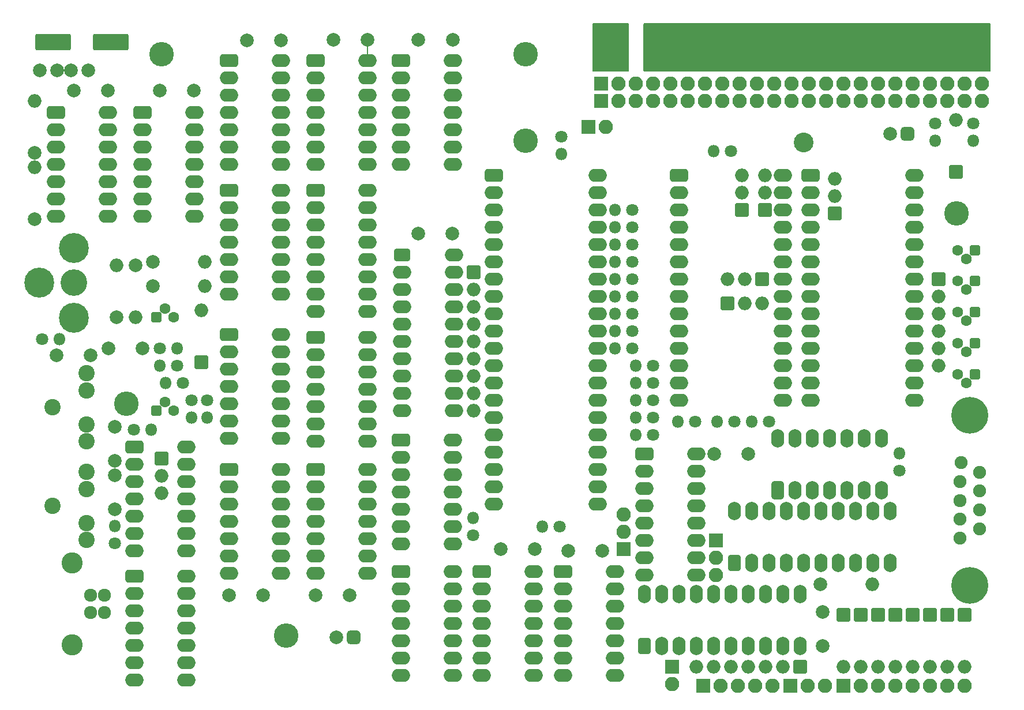
<source format=gts>
%TF.GenerationSoftware,KiCad,Pcbnew,9.0.3*%
%TF.CreationDate,2025-08-02T16:42:51+01:00*%
%TF.ProjectId,ZX81plus38,5a583831-706c-4757-9333-382e6b696361,1.10*%
%TF.SameCoordinates,Original*%
%TF.FileFunction,Soldermask,Top*%
%TF.FilePolarity,Negative*%
%FSLAX46Y46*%
G04 Gerber Fmt 4.6, Leading zero omitted, Abs format (unit mm)*
G04 Created by KiCad (PCBNEW 9.0.3) date 2025-08-02 16:42:51*
%MOMM*%
%LPD*%
G01*
G04 APERTURE LIST*
G04 Aperture macros list*
%AMRoundRect*
0 Rectangle with rounded corners*
0 $1 Rounding radius*
0 $2 $3 $4 $5 $6 $7 $8 $9 X,Y pos of 4 corners*
0 Add a 4 corners polygon primitive as box body*
4,1,4,$2,$3,$4,$5,$6,$7,$8,$9,$2,$3,0*
0 Add four circle primitives for the rounded corners*
1,1,$1+$1,$2,$3*
1,1,$1+$1,$4,$5*
1,1,$1+$1,$6,$7*
1,1,$1+$1,$8,$9*
0 Add four rect primitives between the rounded corners*
20,1,$1+$1,$2,$3,$4,$5,0*
20,1,$1+$1,$4,$5,$6,$7,0*
20,1,$1+$1,$6,$7,$8,$9,0*
20,1,$1+$1,$8,$9,$2,$3,0*%
G04 Aperture macros list end*
%ADD10C,0.200000*%
%ADD11C,1.900000*%
%ADD12C,1.924000*%
%ADD13C,5.400000*%
%ADD14RoundRect,0.200000X-0.800000X0.800000X-0.800000X-0.800000X0.800000X-0.800000X0.800000X0.800000X0*%
%ADD15O,2.000000X2.000000*%
%ADD16C,1.920000*%
%ADD17C,3.100000*%
%ADD18C,2.400000*%
%ADD19C,3.900000*%
%ADD20C,4.400000*%
%ADD21RoundRect,0.200000X0.850000X-0.850000X0.850000X0.850000X-0.850000X0.850000X-0.850000X-0.850000X0*%
%ADD22O,2.100000X2.100000*%
%ADD23RoundRect,0.200000X2.400000X1.000000X-2.400000X1.000000X-2.400000X-1.000000X2.400000X-1.000000X0*%
%ADD24C,2.000000*%
%ADD25RoundRect,0.400000X0.400000X-0.400000X0.400000X0.400000X-0.400000X0.400000X-0.400000X-0.400000X0*%
%ADD26C,1.600000*%
%ADD27C,1.800000*%
%ADD28O,1.800000X1.800000*%
%ADD29RoundRect,0.200000X0.800000X-0.800000X0.800000X0.800000X-0.800000X0.800000X-0.800000X-0.800000X0*%
%ADD30C,3.600000*%
%ADD31C,2.900000*%
%ADD32RoundRect,0.400000X-0.400000X0.400000X-0.400000X-0.400000X0.400000X-0.400000X0.400000X0.400000X0*%
%ADD33RoundRect,0.200000X-0.850000X-0.850000X0.850000X-0.850000X0.850000X0.850000X-0.850000X0.850000X0*%
%ADD34RoundRect,0.200000X0.800000X0.800000X-0.800000X0.800000X-0.800000X-0.800000X0.800000X-0.800000X0*%
%ADD35RoundRect,0.200000X0.850000X0.850000X-0.850000X0.850000X-0.850000X-0.850000X0.850000X-0.850000X0*%
%ADD36RoundRect,0.500000X0.500000X0.500000X-0.500000X0.500000X-0.500000X-0.500000X0.500000X-0.500000X0*%
%ADD37RoundRect,0.200000X-0.800000X-0.800000X0.800000X-0.800000X0.800000X0.800000X-0.800000X0.800000X0*%
%ADD38RoundRect,0.481000X-0.862000X-0.481000X0.862000X-0.481000X0.862000X0.481000X-0.862000X0.481000X0*%
%ADD39O,2.686000X1.924000*%
%ADD40RoundRect,0.481000X0.481000X-0.862000X0.481000X0.862000X-0.481000X0.862000X-0.481000X-0.862000X0*%
%ADD41O,1.924000X2.686000*%
%ADD42RoundRect,0.485500X-0.730500X-0.485500X0.730500X-0.485500X0.730500X0.485500X-0.730500X0.485500X0*%
%ADD43RoundRect,0.485500X0.485500X-0.730500X0.485500X0.730500X-0.485500X0.730500X-0.485500X-0.730500X0*%
G04 APERTURE END LIST*
D10*
X109220000Y-50546000D02*
X109220000Y-53721000D01*
D11*
%TO.C,CO4*%
X196192000Y-123850000D03*
X196192000Y-121080000D03*
D12*
X196192000Y-118310000D03*
D11*
X196192000Y-115540000D03*
X196312000Y-112770000D03*
X199032000Y-122465000D03*
X199032000Y-119695000D03*
X199032000Y-116925000D03*
X199032000Y-114155000D03*
D13*
X197612000Y-130810000D03*
X197612000Y-105810000D03*
%TD*%
D14*
%TO.C,D1*%
X179070000Y-135128000D03*
D15*
X179070000Y-142748000D03*
%TD*%
D14*
%TO.C,D2*%
X181610000Y-135128000D03*
D15*
X181610000Y-142748000D03*
%TD*%
D14*
%TO.C,D3*%
X184150000Y-135128000D03*
D15*
X184150000Y-142748000D03*
%TD*%
D14*
%TO.C,D4*%
X186690000Y-135128000D03*
D15*
X186690000Y-142748000D03*
%TD*%
D14*
%TO.C,D5*%
X189230000Y-135128000D03*
D15*
X189230000Y-142748000D03*
%TD*%
D14*
%TO.C,D6*%
X191770000Y-135128000D03*
D15*
X191770000Y-142748000D03*
%TD*%
D14*
%TO.C,D7*%
X194310000Y-135128000D03*
D15*
X194310000Y-142748000D03*
%TD*%
D14*
%TO.C,D8*%
X196850000Y-135128000D03*
D15*
X196850000Y-142748000D03*
%TD*%
D16*
%TO.C,CO1*%
X70610000Y-134752000D03*
X70610000Y-132212000D03*
X68610000Y-132212000D03*
X68610000Y-134752000D03*
D17*
X65910000Y-139482000D03*
X65910000Y-127482000D03*
%TD*%
D18*
%TO.C,CO2*%
X67992000Y-114126000D03*
X67992000Y-124126000D03*
X62992000Y-119126000D03*
X67992000Y-116626000D03*
X67992000Y-121626000D03*
%TD*%
%TO.C,CO3*%
X67992000Y-99648000D03*
X67992000Y-109648000D03*
X62992000Y-104648000D03*
X67992000Y-102148000D03*
X67992000Y-107148000D03*
%TD*%
D19*
%TO.C,CO5*%
X66167000Y-86360000D03*
D20*
X61067000Y-86360000D03*
X66167000Y-91460000D03*
X66167000Y-81260000D03*
%TD*%
D21*
%TO.C,J1B1*%
X143510000Y-57150000D03*
D22*
X146050000Y-57150000D03*
X148590000Y-57150000D03*
X151130000Y-57150000D03*
X153670000Y-57150000D03*
X156210000Y-57150000D03*
X158750000Y-57150000D03*
X161290000Y-57150000D03*
X163830000Y-57150000D03*
X166370000Y-57150000D03*
X168910000Y-57150000D03*
X171450000Y-57150000D03*
X173990000Y-57150000D03*
X176530000Y-57150000D03*
X179070000Y-57150000D03*
X181610000Y-57150000D03*
X184150000Y-57150000D03*
X186690000Y-57150000D03*
X189230000Y-57150000D03*
X191770000Y-57150000D03*
X194310000Y-57150000D03*
X196850000Y-57150000D03*
X199390000Y-57150000D03*
%TD*%
D21*
%TO.C,J1A1*%
X143510000Y-59690000D03*
D22*
X146050000Y-59690000D03*
X148590000Y-59690000D03*
X151130000Y-59690000D03*
X153670000Y-59690000D03*
X156210000Y-59690000D03*
X158750000Y-59690000D03*
X161290000Y-59690000D03*
X163830000Y-59690000D03*
X166370000Y-59690000D03*
X168910000Y-59690000D03*
X171450000Y-59690000D03*
X173990000Y-59690000D03*
X176530000Y-59690000D03*
X179070000Y-59690000D03*
X181610000Y-59690000D03*
X184150000Y-59690000D03*
X186690000Y-59690000D03*
X189230000Y-59690000D03*
X191770000Y-59690000D03*
X194310000Y-59690000D03*
X196850000Y-59690000D03*
X199390000Y-59690000D03*
%TD*%
D21*
%TO.C,J2*%
X179054760Y-145542000D03*
D22*
X181594760Y-145542000D03*
X184134760Y-145542000D03*
X186674760Y-145542000D03*
X189214760Y-145542000D03*
X191754760Y-145542000D03*
X194294760Y-145542000D03*
X196834760Y-145542000D03*
%TD*%
D21*
%TO.C,J3*%
X158496000Y-145542000D03*
D22*
X161036000Y-145542000D03*
X163576000Y-145542000D03*
X166116000Y-145542000D03*
X168656000Y-145542000D03*
%TD*%
D23*
%TO.C,Y1*%
X71560000Y-51054000D03*
X63060000Y-51054000D03*
%TD*%
D24*
%TO.C,C2*%
X61137800Y-55194200D03*
X63637800Y-55194200D03*
%TD*%
%TO.C,C1*%
X68224400Y-55194200D03*
X65724400Y-55194200D03*
%TD*%
D25*
%TO.C,Q8*%
X78232000Y-91440000D03*
D26*
X79502000Y-90170000D03*
X80772000Y-91440000D03*
%TD*%
D24*
%TO.C,R49*%
X77724000Y-86868000D03*
D15*
X85344000Y-86868000D03*
%TD*%
D24*
%TO.C,R48*%
X77724000Y-83312000D03*
D15*
X85344000Y-83312000D03*
%TD*%
D27*
%TO.C,R10*%
X151130000Y-101092000D03*
D28*
X148590000Y-101092000D03*
%TD*%
D27*
%TO.C,R17*%
X151130000Y-108712000D03*
D28*
X148590000Y-108712000D03*
%TD*%
D27*
%TO.C,R11*%
X151130000Y-98552000D03*
D28*
X148590000Y-98552000D03*
%TD*%
D27*
%TO.C,R12*%
X168148000Y-106743500D03*
D28*
X165608000Y-106743500D03*
%TD*%
D27*
%TO.C,R15*%
X157289500Y-106743500D03*
D28*
X154749500Y-106743500D03*
%TD*%
D27*
%TO.C,R13*%
X151130000Y-103632000D03*
D28*
X148590000Y-103632000D03*
%TD*%
D27*
%TO.C,R14*%
X163068000Y-106743500D03*
D28*
X160528000Y-106743500D03*
%TD*%
D27*
%TO.C,R16*%
X151130000Y-106172000D03*
D28*
X148590000Y-106172000D03*
%TD*%
D29*
%TO.C,D13*%
X84836000Y-98044000D03*
D15*
X84836000Y-90424000D03*
%TD*%
D30*
%TO.C,MKMH5*%
X73830000Y-104140000D03*
%TD*%
%TO.C,MKMH4*%
X195670000Y-76187000D03*
%TD*%
%TO.C,MKMH7*%
X97282000Y-138176000D03*
%TD*%
D31*
%TO.C,MKMH6*%
X173228000Y-65786000D03*
%TD*%
D30*
%TO.C,MKMH2*%
X132400000Y-52770000D03*
%TD*%
%TO.C,MKMH3*%
X132400000Y-65470000D03*
%TD*%
%TO.C,MKMH1*%
X78994000Y-52770000D03*
%TD*%
D24*
%TO.C,R29*%
X60350400Y-67310000D03*
D15*
X60350400Y-59690000D03*
%TD*%
D24*
%TO.C,R30*%
X60350400Y-77063600D03*
D15*
X60350400Y-69443600D03*
%TD*%
D27*
%TO.C,R9*%
X148082000Y-96012000D03*
D28*
X145542000Y-96012000D03*
%TD*%
D27*
%TO.C,R42*%
X162560000Y-67056000D03*
D28*
X160020000Y-67056000D03*
%TD*%
D27*
%TO.C,R43*%
X137668000Y-64897000D03*
D28*
X137668000Y-67437000D03*
%TD*%
D27*
%TO.C,R7*%
X148082000Y-90932000D03*
D28*
X145542000Y-90932000D03*
%TD*%
D27*
%TO.C,R6*%
X148082000Y-88392000D03*
D28*
X145542000Y-88392000D03*
%TD*%
D27*
%TO.C,R5*%
X148082000Y-85852000D03*
D28*
X145542000Y-85852000D03*
%TD*%
D27*
%TO.C,R4*%
X148082000Y-83312000D03*
D28*
X145542000Y-83312000D03*
%TD*%
D27*
%TO.C,R3*%
X148082000Y-80772000D03*
D28*
X145542000Y-80772000D03*
%TD*%
D27*
%TO.C,R2*%
X148082000Y-78232000D03*
D28*
X145542000Y-78232000D03*
%TD*%
D27*
%TO.C,R1*%
X148082000Y-75692000D03*
D28*
X145542000Y-75692000D03*
%TD*%
D27*
%TO.C,R8*%
X148082000Y-93472000D03*
D28*
X145542000Y-93472000D03*
%TD*%
D32*
%TO.C,Q5*%
X198374000Y-81555000D03*
D26*
X197104000Y-82825000D03*
X195834000Y-81555000D03*
%TD*%
D32*
%TO.C,Q4*%
X198374000Y-86042500D03*
D26*
X197104000Y-87312500D03*
X195834000Y-86042500D03*
%TD*%
D32*
%TO.C,Q3*%
X198374000Y-90678000D03*
D26*
X197104000Y-91948000D03*
X195834000Y-90678000D03*
%TD*%
D32*
%TO.C,Q2*%
X198374000Y-95186500D03*
D26*
X197104000Y-96456500D03*
X195834000Y-95186500D03*
%TD*%
D32*
%TO.C,Q1*%
X198374000Y-99758500D03*
D26*
X197104000Y-101028500D03*
X195834000Y-99758500D03*
%TD*%
D25*
%TO.C,Q9*%
X78232000Y-105156000D03*
D26*
X79502000Y-103886000D03*
X80772000Y-105156000D03*
%TD*%
D27*
%TO.C,R70*%
X81280000Y-98552000D03*
D28*
X78740000Y-98552000D03*
%TD*%
D27*
%TO.C,R23*%
X187261500Y-113919000D03*
D28*
X187261500Y-111379000D03*
%TD*%
D27*
%TO.C,R18*%
X192532000Y-62992000D03*
D28*
X192532000Y-65532000D03*
%TD*%
D27*
%TO.C,R81*%
X85725000Y-103632000D03*
D28*
X85725000Y-106172000D03*
%TD*%
D27*
%TO.C,R80*%
X83439000Y-103632000D03*
D28*
X83439000Y-106172000D03*
%TD*%
D27*
%TO.C,R79*%
X82169000Y-101092000D03*
D28*
X79629000Y-101092000D03*
%TD*%
D27*
%TO.C,R59*%
X78740000Y-96012000D03*
D28*
X81280000Y-96012000D03*
%TD*%
D27*
%TO.C,R58*%
X61468000Y-94615000D03*
D28*
X64008000Y-94615000D03*
%TD*%
D27*
%TO.C,R57*%
X72136000Y-124644000D03*
D28*
X72136000Y-122104000D03*
%TD*%
D27*
%TO.C,R56*%
X74930000Y-107950000D03*
D28*
X77470000Y-107950000D03*
%TD*%
D27*
%TO.C,R52*%
X198120000Y-62992000D03*
D28*
X198120000Y-65532000D03*
%TD*%
D33*
%TO.C,JP6*%
X160337500Y-124206000D03*
D22*
X160337500Y-126746000D03*
X160337500Y-129286000D03*
%TD*%
D34*
%TO.C,JP12*%
X177800000Y-76200000D03*
D15*
X177800000Y-73660000D03*
X177800000Y-71120000D03*
%TD*%
D29*
%TO.C,JP11*%
X162052000Y-89408000D03*
D15*
X164592000Y-89408000D03*
X167132000Y-89408000D03*
%TD*%
D34*
%TO.C,JP10*%
X167576500Y-75692000D03*
D15*
X167576500Y-73152000D03*
X167576500Y-70612000D03*
%TD*%
D34*
%TO.C,JP9*%
X164147500Y-75692000D03*
D15*
X164147500Y-73152000D03*
X164147500Y-70612000D03*
%TD*%
D14*
%TO.C,JP8*%
X167132000Y-85852000D03*
D15*
X164592000Y-85852000D03*
X162052000Y-85852000D03*
%TD*%
D35*
%TO.C,JP5*%
X146812000Y-125476000D03*
D22*
X146812000Y-122936000D03*
X146812000Y-120396000D03*
%TD*%
D33*
%TO.C,JP4*%
X153924000Y-142748000D03*
D22*
X153924000Y-145288000D03*
%TD*%
D29*
%TO.C,D14*%
X195580000Y-70104000D03*
D15*
X195580000Y-62484000D03*
%TD*%
D24*
%TO.C,C8*%
X72136000Y-114594000D03*
X72136000Y-119594000D03*
%TD*%
%TO.C,C7*%
X68580000Y-97028000D03*
X63580000Y-97028000D03*
%TD*%
%TO.C,C3*%
X76200000Y-96012000D03*
X71200000Y-96012000D03*
%TD*%
D36*
%TO.C,C9*%
X107188000Y-138430000D03*
D24*
X104688000Y-138430000D03*
%TD*%
D36*
%TO.C,C5*%
X188468000Y-64516000D03*
D24*
X185968000Y-64516000D03*
%TD*%
D27*
%TO.C,R19*%
X124714000Y-123444000D03*
D28*
X124714000Y-120904000D03*
%TD*%
D37*
%TO.C,JP1*%
X78994000Y-112141000D03*
D15*
X78994000Y-114681000D03*
X78994000Y-117221000D03*
%TD*%
D34*
%TO.C,RP1*%
X172720000Y-142748000D03*
D15*
X170180000Y-142748000D03*
X167640000Y-142748000D03*
X165100000Y-142748000D03*
X162560000Y-142748000D03*
X160020000Y-142748000D03*
X157480000Y-142748000D03*
%TD*%
D24*
%TO.C,C21*%
X138684000Y-125730000D03*
X143684000Y-125730000D03*
%TD*%
%TO.C,C20*%
X165100000Y-111506000D03*
X160100000Y-111506000D03*
%TD*%
%TO.C,C19*%
X128778000Y-125476000D03*
X133778000Y-125476000D03*
%TD*%
%TO.C,C18*%
X88900000Y-132232400D03*
X93900000Y-132232400D03*
%TD*%
%TO.C,C17*%
X176022000Y-139700000D03*
X176022000Y-134700000D03*
%TD*%
%TO.C,C16*%
X101574600Y-132232400D03*
X106574600Y-132232400D03*
%TD*%
%TO.C,C15*%
X116666000Y-79146400D03*
X121666000Y-79146400D03*
%TD*%
%TO.C,C14*%
X116713000Y-50673000D03*
X121713000Y-50673000D03*
%TD*%
%TO.C,C13*%
X104216200Y-50673000D03*
X109216200Y-50673000D03*
%TD*%
%TO.C,C12*%
X91541600Y-50800000D03*
X96541600Y-50800000D03*
%TD*%
%TO.C,C11*%
X78740000Y-58140600D03*
X83740000Y-58140600D03*
%TD*%
%TO.C,C10*%
X66141600Y-58140600D03*
X71141600Y-58140600D03*
%TD*%
%TO.C,C6*%
X72136000Y-107482000D03*
X72136000Y-112482000D03*
%TD*%
%TO.C,R55*%
X72390000Y-91440000D03*
D15*
X72390000Y-83820000D03*
%TD*%
D24*
%TO.C,R50*%
X75184000Y-83820000D03*
D15*
X75184000Y-91440000D03*
%TD*%
D38*
%TO.C,U14*%
X88900000Y-53721000D03*
D39*
X88900000Y-56261000D03*
X88900000Y-58801000D03*
X88900000Y-61341000D03*
X88900000Y-63881000D03*
X88900000Y-66421000D03*
X88900000Y-68961000D03*
X96520000Y-68961000D03*
X96520000Y-66421000D03*
X96520000Y-63881000D03*
X96520000Y-61341000D03*
X96520000Y-58801000D03*
X96520000Y-56261000D03*
X96520000Y-53721000D03*
%TD*%
D38*
%TO.C,U28*%
X88900000Y-113792000D03*
D39*
X88900000Y-116332000D03*
X88900000Y-118872000D03*
X88900000Y-121412000D03*
X88900000Y-123952000D03*
X88900000Y-126492000D03*
X88900000Y-129032000D03*
X96520000Y-129032000D03*
X96520000Y-126492000D03*
X96520000Y-123952000D03*
X96520000Y-121412000D03*
X96520000Y-118872000D03*
X96520000Y-116332000D03*
X96520000Y-113792000D03*
%TD*%
D38*
%TO.C,U24*%
X88900000Y-72771000D03*
D39*
X88900000Y-75311000D03*
X88900000Y-77851000D03*
X88900000Y-80391000D03*
X88900000Y-82931000D03*
X88900000Y-85471000D03*
X88900000Y-88011000D03*
X96520000Y-88011000D03*
X96520000Y-85471000D03*
X96520000Y-82931000D03*
X96520000Y-80391000D03*
X96520000Y-77851000D03*
X96520000Y-75311000D03*
X96520000Y-72771000D03*
%TD*%
D38*
%TO.C,U23*%
X75057000Y-110490000D03*
D39*
X75057000Y-113030000D03*
X75057000Y-115570000D03*
X75057000Y-118110000D03*
X75057000Y-120650000D03*
X75057000Y-123190000D03*
X75057000Y-125730000D03*
X82677000Y-125730000D03*
X82677000Y-123190000D03*
X82677000Y-120650000D03*
X82677000Y-118110000D03*
X82677000Y-115570000D03*
X82677000Y-113030000D03*
X82677000Y-110490000D03*
%TD*%
D38*
%TO.C,U19*%
X114173000Y-128778000D03*
D39*
X114173000Y-131318000D03*
X114173000Y-133858000D03*
X114173000Y-136398000D03*
X114173000Y-138938000D03*
X114173000Y-141478000D03*
X114173000Y-144018000D03*
X121793000Y-144018000D03*
X121793000Y-141478000D03*
X121793000Y-138938000D03*
X121793000Y-136398000D03*
X121793000Y-133858000D03*
X121793000Y-131318000D03*
X121793000Y-128778000D03*
%TD*%
D38*
%TO.C,U18*%
X125984000Y-128778000D03*
D39*
X125984000Y-131318000D03*
X125984000Y-133858000D03*
X125984000Y-136398000D03*
X125984000Y-138938000D03*
X125984000Y-141478000D03*
X125984000Y-144018000D03*
X133604000Y-144018000D03*
X133604000Y-141478000D03*
X133604000Y-138938000D03*
X133604000Y-136398000D03*
X133604000Y-133858000D03*
X133604000Y-131318000D03*
X133604000Y-128778000D03*
%TD*%
D38*
%TO.C,U16*%
X88900000Y-93980000D03*
D39*
X88900000Y-96520000D03*
X88900000Y-99060000D03*
X88900000Y-101600000D03*
X88900000Y-104140000D03*
X88900000Y-106680000D03*
X88900000Y-109220000D03*
X96520000Y-109220000D03*
X96520000Y-106680000D03*
X96520000Y-104140000D03*
X96520000Y-101600000D03*
X96520000Y-99060000D03*
X96520000Y-96520000D03*
X96520000Y-93980000D03*
%TD*%
D38*
%TO.C,U15*%
X101600000Y-53721000D03*
D39*
X101600000Y-56261000D03*
X101600000Y-58801000D03*
X101600000Y-61341000D03*
X101600000Y-63881000D03*
X101600000Y-66421000D03*
X101600000Y-68961000D03*
X109220000Y-68961000D03*
X109220000Y-66421000D03*
X109220000Y-63881000D03*
X109220000Y-61341000D03*
X109220000Y-58801000D03*
X109220000Y-56261000D03*
X109220000Y-53721000D03*
%TD*%
D38*
%TO.C,U13*%
X101600000Y-94356000D03*
D39*
X101600000Y-96896000D03*
X101600000Y-99436000D03*
X101600000Y-101976000D03*
X101600000Y-104516000D03*
X101600000Y-107056000D03*
X101600000Y-109596000D03*
X109220000Y-109596000D03*
X109220000Y-107056000D03*
X109220000Y-104516000D03*
X109220000Y-101976000D03*
X109220000Y-99436000D03*
X109220000Y-96896000D03*
X109220000Y-94356000D03*
%TD*%
D38*
%TO.C,U12*%
X137922000Y-128778000D03*
D39*
X137922000Y-131318000D03*
X137922000Y-133858000D03*
X137922000Y-136398000D03*
X137922000Y-138938000D03*
X137922000Y-141478000D03*
X137922000Y-144018000D03*
X145542000Y-144018000D03*
X145542000Y-141478000D03*
X145542000Y-138938000D03*
X145542000Y-136398000D03*
X145542000Y-133858000D03*
X145542000Y-131318000D03*
X145542000Y-128778000D03*
%TD*%
D38*
%TO.C,U11*%
X75057000Y-129413000D03*
D39*
X75057000Y-131953000D03*
X75057000Y-134493000D03*
X75057000Y-137033000D03*
X75057000Y-139573000D03*
X75057000Y-142113000D03*
X75057000Y-144653000D03*
X82677000Y-144653000D03*
X82677000Y-142113000D03*
X82677000Y-139573000D03*
X82677000Y-137033000D03*
X82677000Y-134493000D03*
X82677000Y-131953000D03*
X82677000Y-129413000D03*
%TD*%
D38*
%TO.C,U10*%
X114173000Y-109474000D03*
D39*
X114173000Y-112014000D03*
X114173000Y-114554000D03*
X114173000Y-117094000D03*
X114173000Y-119634000D03*
X114173000Y-122174000D03*
X114173000Y-124714000D03*
X121793000Y-124714000D03*
X121793000Y-122174000D03*
X121793000Y-119634000D03*
X121793000Y-117094000D03*
X121793000Y-114554000D03*
X121793000Y-112014000D03*
X121793000Y-109474000D03*
%TD*%
D38*
%TO.C,U8*%
X114109500Y-53720000D03*
D39*
X114109500Y-56261000D03*
X114109500Y-58801000D03*
X114109500Y-61341000D03*
X114109500Y-63881000D03*
X114109500Y-66421000D03*
X114109500Y-68961000D03*
X121729500Y-68961000D03*
X121729500Y-66421000D03*
X121729500Y-63881000D03*
X121729500Y-61341000D03*
X121729500Y-58801000D03*
X121729500Y-56261000D03*
X121729500Y-53721000D03*
%TD*%
D38*
%TO.C,U7*%
X76200000Y-61341000D03*
D39*
X76200000Y-63881000D03*
X76200000Y-66421000D03*
X76200000Y-68961000D03*
X76200000Y-71501000D03*
X76200000Y-74041000D03*
X76200000Y-76581000D03*
X83820000Y-76581000D03*
X83820000Y-74041000D03*
X83820000Y-71501000D03*
X83820000Y-68961000D03*
X83820000Y-66421000D03*
X83820000Y-63881000D03*
X83820000Y-61341000D03*
%TD*%
D40*
%TO.C,U6*%
X169418000Y-116840000D03*
D41*
X171958000Y-116840000D03*
X174498000Y-116840000D03*
X177038000Y-116840000D03*
X179578000Y-116840000D03*
X182118000Y-116840000D03*
X184658000Y-116840000D03*
X184658000Y-109220000D03*
X182118000Y-109220000D03*
X179578000Y-109220000D03*
X177038000Y-109220000D03*
X174498000Y-109220000D03*
X171958000Y-109220000D03*
X169418000Y-109220000D03*
%TD*%
D38*
%TO.C,U29*%
X101600000Y-113792000D03*
D39*
X101600000Y-116332000D03*
X101600000Y-118872000D03*
X101600000Y-121412000D03*
X101600000Y-123952000D03*
X101600000Y-126492000D03*
X101600000Y-129032000D03*
X109220000Y-129032000D03*
X109220000Y-126492000D03*
X109220000Y-123952000D03*
X109220000Y-121412000D03*
X109220000Y-118872000D03*
X109220000Y-116332000D03*
X109220000Y-113792000D03*
%TD*%
D38*
%TO.C,U27*%
X101600000Y-72771000D03*
D39*
X101600000Y-75311000D03*
X101600000Y-77851000D03*
X101600000Y-80391000D03*
X101600000Y-82931000D03*
X101600000Y-85471000D03*
X101600000Y-88011000D03*
X101600000Y-90551000D03*
X109220000Y-90551000D03*
X109220000Y-88011000D03*
X109220000Y-85471000D03*
X109220000Y-82931000D03*
X109220000Y-80391000D03*
X109220000Y-77851000D03*
X109220000Y-75311000D03*
X109220000Y-72771000D03*
%TD*%
D38*
%TO.C,U9*%
X149860000Y-111506000D03*
D39*
X149860000Y-114046000D03*
X149860000Y-116586000D03*
X149860000Y-119126000D03*
X149860000Y-121666000D03*
X149860000Y-124206000D03*
X149860000Y-126746000D03*
X149860000Y-129286000D03*
X157480000Y-129286000D03*
X157480000Y-126746000D03*
X157480000Y-124206000D03*
X157480000Y-121666000D03*
X157480000Y-119126000D03*
X157480000Y-116586000D03*
X157480000Y-114046000D03*
X157480000Y-111506000D03*
%TD*%
D42*
%TO.C,U1*%
X114300000Y-82296000D03*
D39*
X114300000Y-84836000D03*
X114300000Y-87376000D03*
X114300000Y-89916000D03*
X114300000Y-92456000D03*
X114300000Y-94996000D03*
X114300000Y-97536000D03*
X114300000Y-100076000D03*
X114300000Y-102616000D03*
X114300000Y-105156000D03*
X121920000Y-105156000D03*
X121920000Y-102616000D03*
X121920000Y-100076000D03*
X121920000Y-97536000D03*
X121920000Y-94996000D03*
X121920000Y-92456000D03*
X121920000Y-89916000D03*
X121920000Y-87376000D03*
X121920000Y-84836000D03*
X121920000Y-82296000D03*
%TD*%
D43*
%TO.C,U4*%
X163068000Y-127508000D03*
D41*
X165608000Y-127508000D03*
X168148000Y-127508000D03*
X170688000Y-127508000D03*
X173228000Y-127508000D03*
X175768000Y-127508000D03*
X178308000Y-127508000D03*
X180848000Y-127508000D03*
X183388000Y-127508000D03*
X185928000Y-127508000D03*
X185928000Y-119888000D03*
X183388000Y-119888000D03*
X180848000Y-119888000D03*
X178308000Y-119888000D03*
X175768000Y-119888000D03*
X173228000Y-119888000D03*
X170688000Y-119888000D03*
X168148000Y-119888000D03*
X165608000Y-119888000D03*
X163068000Y-119888000D03*
%TD*%
D43*
%TO.C,U22*%
X149860000Y-139700000D03*
D41*
X152400000Y-139700000D03*
X154940000Y-139700000D03*
X157480000Y-139700000D03*
X160020000Y-139700000D03*
X162560000Y-139700000D03*
X165100000Y-139700000D03*
X167640000Y-139700000D03*
X170180000Y-139700000D03*
X172720000Y-139700000D03*
X172720000Y-132080000D03*
X170180000Y-132080000D03*
X167640000Y-132080000D03*
X165100000Y-132080000D03*
X162560000Y-132080000D03*
X160020000Y-132080000D03*
X157480000Y-132080000D03*
X154940000Y-132080000D03*
X152400000Y-132080000D03*
X149860000Y-132080000D03*
%TD*%
D38*
%TO.C,U2*%
X127762000Y-70612000D03*
D39*
X127762000Y-73152000D03*
X127762000Y-75692000D03*
X127762000Y-78232000D03*
X127762000Y-80772000D03*
X127762000Y-83312000D03*
X127762000Y-85852000D03*
X127762000Y-88392000D03*
X127762000Y-90932000D03*
X127762000Y-93472000D03*
X127762000Y-96012000D03*
X127762000Y-98552000D03*
X127762000Y-101092000D03*
X127762000Y-103632000D03*
X127762000Y-106172000D03*
X127762000Y-108712000D03*
X127762000Y-111252000D03*
X127762000Y-113792000D03*
X127762000Y-116332000D03*
X127762000Y-118872000D03*
X143002000Y-118872000D03*
X143002000Y-116332000D03*
X143002000Y-113792000D03*
X143002000Y-111252000D03*
X143002000Y-108712000D03*
X143002000Y-106172000D03*
X143002000Y-103632000D03*
X143002000Y-101092000D03*
X143002000Y-98552000D03*
X143002000Y-96012000D03*
X143002000Y-93472000D03*
X143002000Y-90932000D03*
X143002000Y-88392000D03*
X143002000Y-85852000D03*
X143002000Y-83312000D03*
X143002000Y-80772000D03*
X143002000Y-78232000D03*
X143002000Y-75692000D03*
X143002000Y-73152000D03*
X143002000Y-70612000D03*
%TD*%
D38*
%TO.C,U5*%
X154940000Y-70612000D03*
D39*
X154940000Y-73152000D03*
X154940000Y-75692000D03*
X154940000Y-78232000D03*
X154940000Y-80772000D03*
X154940000Y-83312000D03*
X154940000Y-85852000D03*
X154940000Y-88392000D03*
X154940000Y-90932000D03*
X154940000Y-93472000D03*
X154940000Y-96012000D03*
X154940000Y-98552000D03*
X154940000Y-101092000D03*
X154940000Y-103632000D03*
X170180000Y-103632000D03*
X170180000Y-101092000D03*
X170180000Y-98552000D03*
X170180000Y-96012000D03*
X170180000Y-93472000D03*
X170180000Y-90932000D03*
X170180000Y-88392000D03*
X170180000Y-85852000D03*
X170180000Y-83312000D03*
X170180000Y-80772000D03*
X170180000Y-78232000D03*
X170180000Y-75692000D03*
X170180000Y-73152000D03*
X170180000Y-70612000D03*
%TD*%
D38*
%TO.C,U3*%
X174244000Y-70612000D03*
D39*
X174244000Y-73152000D03*
X174244000Y-75692000D03*
X174244000Y-78232000D03*
X174244000Y-80772000D03*
X174244000Y-83312000D03*
X174244000Y-85852000D03*
X174244000Y-88392000D03*
X174244000Y-90932000D03*
X174244000Y-93472000D03*
X174244000Y-96012000D03*
X174244000Y-98552000D03*
X174244000Y-101092000D03*
X174244000Y-103632000D03*
X189484000Y-103632000D03*
X189484000Y-101092000D03*
X189484000Y-98552000D03*
X189484000Y-96012000D03*
X189484000Y-93472000D03*
X189484000Y-90932000D03*
X189484000Y-88392000D03*
X189484000Y-85852000D03*
X189484000Y-83312000D03*
X189484000Y-80772000D03*
X189484000Y-78232000D03*
X189484000Y-75692000D03*
X189484000Y-73152000D03*
X189484000Y-70612000D03*
%TD*%
D14*
%TO.C,RP2*%
X124841000Y-84836000D03*
D15*
X124841000Y-87376000D03*
X124841000Y-89916000D03*
X124841000Y-92456000D03*
X124841000Y-94996000D03*
X124841000Y-97536000D03*
X124841000Y-100076000D03*
X124841000Y-102616000D03*
X124841000Y-105156000D03*
%TD*%
D27*
%TO.C,R20*%
X137414000Y-122174000D03*
D28*
X134874000Y-122174000D03*
%TD*%
D21*
%TO.C,J1*%
X171312840Y-145542000D03*
D22*
X173852840Y-145542000D03*
X176392840Y-145542000D03*
%TD*%
D24*
%TO.C,R21*%
X175666400Y-130624580D03*
D15*
X183286400Y-130624580D03*
%TD*%
D21*
%TO.C,JP2*%
X141635480Y-63449200D03*
D22*
X144175480Y-63449200D03*
%TD*%
D14*
%TO.C,RN3*%
X193040000Y-85852000D03*
D15*
X193040000Y-88392000D03*
X193040000Y-90932000D03*
X193040000Y-93472000D03*
X193040000Y-96012000D03*
X193040000Y-98552000D03*
%TD*%
D38*
%TO.C,U21*%
X63510000Y-61336000D03*
D39*
X63510000Y-63876000D03*
X63510000Y-66416000D03*
X63510000Y-68956000D03*
X63510000Y-71496000D03*
X63510000Y-74036000D03*
X63510000Y-76576000D03*
X71130000Y-76576000D03*
X71130000Y-74036000D03*
X71130000Y-71496000D03*
X71130000Y-68956000D03*
X71130000Y-66416000D03*
X71130000Y-63876000D03*
X71130000Y-61336000D03*
%TD*%
G36*
X200602121Y-48280002D02*
G01*
X200648614Y-48333658D01*
X200660000Y-48386000D01*
X200660000Y-55246000D01*
X200639998Y-55314121D01*
X200586342Y-55360614D01*
X200534000Y-55372000D01*
X149859000Y-55372000D01*
X149790879Y-55351998D01*
X149744386Y-55298342D01*
X149733000Y-55246000D01*
X149733000Y-48386000D01*
X149753002Y-48317879D01*
X149806658Y-48271386D01*
X149859000Y-48260000D01*
X200534000Y-48260000D01*
X200602121Y-48280002D01*
G37*
G36*
X147516121Y-48280002D02*
G01*
X147562614Y-48333658D01*
X147574000Y-48386000D01*
X147574000Y-55246000D01*
X147553998Y-55314121D01*
X147500342Y-55360614D01*
X147448000Y-55372000D01*
X142366000Y-55372000D01*
X142297879Y-55351998D01*
X142251386Y-55298342D01*
X142240000Y-55246000D01*
X142240000Y-48386000D01*
X142260002Y-48317879D01*
X142313658Y-48271386D01*
X142366000Y-48260000D01*
X147448000Y-48260000D01*
X147516121Y-48280002D01*
G37*
M02*

</source>
